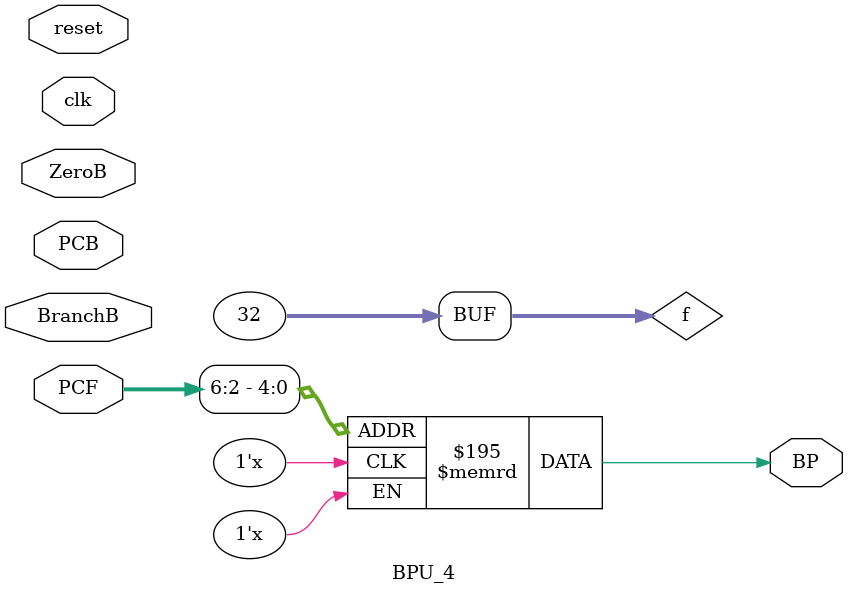
<source format=sv>
module BPU_4 #(parameter MEM_SIZE = 5)
          (input  logic        clk, reset,
           input  logic        BranchB,
           input  logic        ZeroB,
           input  logic [31:0] PCF, PCB,
           output logic        BP
           );
           
logic Zero_ST   [2**MEM_SIZE - 1:0];
logic BP_ST     [2**MEM_SIZE - 1:0];
logic Branch_ST [2**MEM_SIZE - 1:0];
integer f;
always_comb
    begin
        //integer i;
        for(f=0; f < 2**MEM_SIZE; f = f + 1)
            begin
                Zero_ST[f] = (f == PCB[MEM_SIZE+1:2]) ? ZeroB : 0; //òàê ñ êàéôîì
                Branch_ST[f] = (f == PCB[MEM_SIZE+1:2]) ? BranchB : 0;
            end
    end

genvar i;
generate
    for(i = 0; i < 2**MEM_SIZE; i = i + 1)
        begin
            satcount_1bit fsm(.clk(clk), .reset(reset), .Zero(Zero_ST[i]), .BP(BP_ST[i]), .Branch(Branch_ST[i]));
        end
endgenerate

assign BP = BP_ST[PCF[MEM_SIZE+1:2]];
endmodule
</source>
